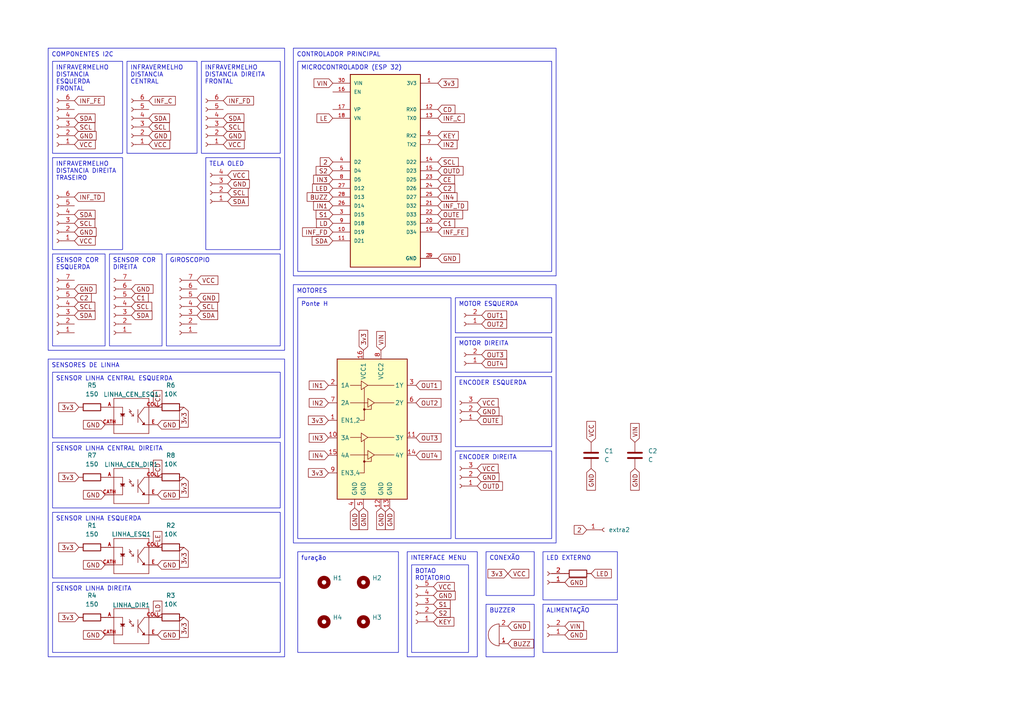
<source format=kicad_sch>
(kicad_sch (version 20250114) (generator "eeschema") (generator_version "9.0")
  (paper "A4")
  (lib_symbols
    (symbol "Connector:Conn_01x01_Socket" (pin_names (offset 1.016) (hide yes))
      (property "Reference" "J" (at 0 2.54 0))
      (property "Value" "Conn_01x01_Socket" (at 0 -2.54 0))
      (symbol "Conn_01x01_Socket_1_1"
        (polyline (pts (xy -1.27 0) (xy -0.508 0)) (stroke (width 0.1524)))
        (arc (start 0 -0.508) (mid -0.5058 0) (end 0 0.508) (stroke (width 0.1524)))
        (pin passive line (at -5.08 0 0) (length 3.81) (name "Pin_1") (number "1"))
      )
    )
    (symbol "Connector:Conn_01x02_Socket" (pin_names (offset 1.016) (hide yes))
      (property "Reference" "J" (at 0 2.54 0))
      (property "Value" "Conn_01x02_Socket" (at 0 -5.08 0))
      (symbol "Conn_01x02_Socket_1_1"
        (polyline (pts (xy -1.27 0) (xy -0.508 0)) (stroke (width 0.1524)))
        (polyline (pts (xy -1.27 -2.54) (xy -0.508 -2.54)) (stroke (width 0.1524)))
        (arc (start 0 -0.508) (mid -0.5058 0) (end 0 0.508) (stroke (width 0.1524)))
        (arc (start 0 -3.048) (mid -0.5058 -2.54) (end 0 -2.032) (stroke (width 0.1524)))
        (pin passive line (at -5.08 0 0) (length 3.81) (name "Pin_1") (number "1"))
        (pin passive line (at -5.08 -2.54 0) (length 3.81) (name "Pin_2") (number "2"))
      )
    )
    (symbol "Connector:Conn_01x03_Socket" (pin_names (offset 1.016) (hide yes))
      (property "Reference" "J" (at 0 5.08 0))
      (property "Value" "Conn_01x03_Socket" (at 0 -5.08 0))
      (symbol "Conn_01x03_Socket_1_1"
        (polyline (pts (xy -1.27 2.54) (xy -0.508 2.54)) (stroke (width 0.1524)))
        (polyline (pts (xy -1.27 0) (xy -0.508 0)) (stroke (width 0.1524)))
        (polyline (pts (xy -1.27 -2.54) (xy -0.508 -2.54)) (stroke (width 0.1524)))
        (arc (start 0 2.032) (mid -0.5058 2.54) (end 0 3.048) (stroke (width 0.1524)))
        (arc (start 0 -0.508) (mid -0.5058 0) (end 0 0.508) (stroke (width 0.1524)))
        (arc (start 0 -3.048) (mid -0.5058 -2.54) (end 0 -2.032) (stroke (width 0.1524)))
        (pin passive line (at -5.08 2.54 0) (length 3.81) (name "Pin_1") (number "1"))
        (pin passive line (at -5.08 0 0) (length 3.81) (name "Pin_2") (number "2"))
        (pin passive line (at -5.08 -2.54 0) (length 3.81) (name "Pin_3") (number "3"))
      )
    )
    (symbol "Connector:Conn_01x04_Socket" (pin_names (offset 1.016) (hide yes))
      (property "Reference" "J" (at 0 5.08 0))
      (property "Value" "Conn_01x04_Socket" (at 0 -7.62 0))
      (symbol "Conn_01x04_Socket_1_1"
        (polyline (pts (xy -1.27 2.54) (xy -0.508 2.54)) (stroke (width 0.1524)))
        (polyline (pts (xy -1.27 0) (xy -0.508 0)) (stroke (width 0.1524)))
        (polyline (pts (xy -1.27 -2.54) (xy -0.508 -2.54)) (stroke (width 0.1524)))
        (polyline (pts (xy -1.27 -5.08) (xy -0.508 -5.08)) (stroke (width 0.1524)))
        (arc (start 0 2.032) (mid -0.5058 2.54) (end 0 3.048) (stroke (width 0.1524)))
        (arc (start 0 -0.508) (mid -0.5058 0) (end 0 0.508) (stroke (width 0.1524)))
        (arc (start 0 -3.048) (mid -0.5058 -2.54) (end 0 -2.032) (stroke (width 0.1524)))
        (arc (start 0 -5.588) (mid -0.5058 -5.08) (end 0 -4.572) (stroke (width 0.1524)))
        (pin passive line (at -5.08 2.54 0) (length 3.81) (name "Pin_1") (number "1"))
        (pin passive line (at -5.08 0 0) (length 3.81) (name "Pin_2") (number "2"))
        (pin passive line (at -5.08 -2.54 0) (length 3.81) (name "Pin_3") (number "3"))
        (pin passive line (at -5.08 -5.08 0) (length 3.81) (name "Pin_4") (number "4"))
      )
    )
    (symbol "Connector:Conn_01x05_Socket" (pin_names (offset 1.016) (hide yes))
      (property "Reference" "J" (at 0 7.62 0))
      (property "Value" "Conn_01x05_Socket" (at 0 -7.62 0))
      (symbol "Conn_01x05_Socket_1_1"
        (polyline (pts (xy -1.27 5.08) (xy -0.508 5.08)) (stroke (width 0.1524)))
        (polyline (pts (xy -1.27 2.54) (xy -0.508 2.54)) (stroke (width 0.1524)))
        (polyline (pts (xy -1.27 0) (xy -0.508 0)) (stroke (width 0.1524)))
        (polyline (pts (xy -1.27 -2.54) (xy -0.508 -2.54)) (stroke (width 0.1524)))
        (polyline (pts (xy -1.27 -5.08) (xy -0.508 -5.08)) (stroke (width 0.1524)))
        (arc (start 0 4.572) (mid -0.5058 5.08) (end 0 5.588) (stroke (width 0.1524)))
        (arc (start 0 2.032) (mid -0.5058 2.54) (end 0 3.048) (stroke (width 0.1524)))
        (arc (start 0 -0.508) (mid -0.5058 0) (end 0 0.508) (stroke (width 0.1524)))
        (arc (start 0 -3.048) (mid -0.5058 -2.54) (end 0 -2.032) (stroke (width 0.1524)))
        (arc (start 0 -5.588) (mid -0.5058 -5.08) (end 0 -4.572) (stroke (width 0.1524)))
        (pin passive line (at -5.08 5.08 0) (length 3.81) (name "Pin_1") (number "1"))
        (pin passive line (at -5.08 2.54 0) (length 3.81) (name "Pin_2") (number "2"))
        (pin passive line (at -5.08 0 0) (length 3.81) (name "Pin_3") (number "3"))
        (pin passive line (at -5.08 -2.54 0) (length 3.81) (name "Pin_4") (number "4"))
        (pin passive line (at -5.08 -5.08 0) (length 3.81) (name "Pin_5") (number "5"))
      )
    )
    (symbol "Connector:Conn_01x06_Socket" (pin_names (offset 1.016) (hide yes))
      (property "Reference" "J" (at 0 7.62 0))
      (property "Value" "Conn_01x06_Socket" (at 0 -10.16 0))
      (symbol "Conn_01x06_Socket_1_1"
        (polyline (pts (xy -1.27 5.08) (xy -0.508 5.08)) (stroke (width 0.1524)))
        (polyline (pts (xy -1.27 2.54) (xy -0.508 2.54)) (stroke (width 0.1524)))
        (polyline (pts (xy -1.27 0) (xy -0.508 0)) (stroke (width 0.1524)))
        (polyline (pts (xy -1.27 -2.54) (xy -0.508 -2.54)) (stroke (width 0.1524)))
        (polyline (pts (xy -1.27 -5.08) (xy -0.508 -5.08)) (stroke (width 0.1524)))
        (polyline (pts (xy -1.27 -7.62) (xy -0.508 -7.62)) (stroke (width 0.1524)))
        (arc (start 0 4.572) (mid -0.5058 5.08) (end 0 5.588) (stroke (width 0.1524)))
        (arc (start 0 2.032) (mid -0.5058 2.54) (end 0 3.048) (stroke (width 0.1524)))
        (arc (start 0 -0.508) (mid -0.5058 0) (end 0 0.508) (stroke (width 0.1524)))
        (arc (start 0 -3.048) (mid -0.5058 -2.54) (end 0 -2.032) (stroke (width 0.1524)))
        (arc (start 0 -5.588) (mid -0.5058 -5.08) (end 0 -4.572) (stroke (width 0.1524)))
        (arc (start 0 -8.128) (mid -0.5058 -7.62) (end 0 -7.112) (stroke (width 0.1524)))
        (pin passive line (at -5.08 5.08 0) (length 3.81) (name "Pin_1") (number "1"))
        (pin passive line (at -5.08 2.54 0) (length 3.81) (name "Pin_2") (number "2"))
        (pin passive line (at -5.08 0 0) (length 3.81) (name "Pin_3") (number "3"))
        (pin passive line (at -5.08 -2.54 0) (length 3.81) (name "Pin_4") (number "4"))
        (pin passive line (at -5.08 -5.08 0) (length 3.81) (name "Pin_5") (number "5"))
        (pin passive line (at -5.08 -7.62 0) (length 3.81) (name "Pin_6") (number "6"))
      )
    )
    (symbol "Connector:Conn_01x07_Socket" (pin_names (offset 1.016) (hide yes))
      (property "Reference" "J" (at 0 10.16 0))
      (property "Value" "Conn_01x07_Socket" (at 0 -10.16 0))
      (symbol "Conn_01x07_Socket_1_1"
        (polyline (pts (xy -1.27 7.62) (xy -0.508 7.62)) (stroke (width 0.1524)))
        (polyline (pts (xy -1.27 5.08) (xy -0.508 5.08)) (stroke (width 0.1524)))
        (polyline (pts (xy -1.27 2.54) (xy -0.508 2.54)) (stroke (width 0.1524)))
        (polyline (pts (xy -1.27 0) (xy -0.508 0)) (stroke (width 0.1524)))
        (polyline (pts (xy -1.27 -2.54) (xy -0.508 -2.54)) (stroke (width 0.1524)))
        (polyline (pts (xy -1.27 -5.08) (xy -0.508 -5.08)) (stroke (width 0.1524)))
        (polyline (pts (xy -1.27 -7.62) (xy -0.508 -7.62)) (stroke (width 0.1524)))
        (arc (start 0 7.112) (mid -0.5058 7.62) (end 0 8.128) (stroke (width 0.1524)))
        (arc (start 0 4.572) (mid -0.5058 5.08) (end 0 5.588) (stroke (width 0.1524)))
        (arc (start 0 2.032) (mid -0.5058 2.54) (end 0 3.048) (stroke (width 0.1524)))
        (arc (start 0 -0.508) (mid -0.5058 0) (end 0 0.508) (stroke (width 0.1524)))
        (arc (start 0 -3.048) (mid -0.5058 -2.54) (end 0 -2.032) (stroke (width 0.1524)))
        (arc (start 0 -5.588) (mid -0.5058 -5.08) (end 0 -4.572) (stroke (width 0.1524)))
        (arc (start 0 -8.128) (mid -0.5058 -7.62) (end 0 -7.112) (stroke (width 0.1524)))
        (pin passive line (at -5.08 7.62 0) (length 3.81) (name "Pin_1") (number "1"))
        (pin passive line (at -5.08 5.08 0) (length 3.81) (name "Pin_2") (number "2"))
        (pin passive line (at -5.08 2.54 0) (length 3.81) (name "Pin_3") (number "3"))
        (pin passive line (at -5.08 0 0) (length 3.81) (name "Pin_4") (number "4"))
        (pin passive line (at -5.08 -2.54 0) (length 3.81) (name "Pin_5") (number "5"))
        (pin passive line (at -5.08 -5.08 0) (length 3.81) (name "Pin_6") (number "6"))
        (pin passive line (at -5.08 -7.62 0) (length 3.81) (name "Pin_7") (number "7"))
      )
    )
    (symbol "Device:Buzzer" (pin_names (offset 0.0254) (hide yes))
      (property "Reference" "BZ" (at 3.81 1.27 0))
      (property "Value" "Buzzer" (at 3.81 -1.27 0))
      (symbol "Buzzer_0_1"
        (polyline (pts (xy -1.651 1.905) (xy -1.143 1.905)))
        (polyline (pts (xy -1.397 2.159) (xy -1.397 1.651)))
        (arc (start 0 3.175) (mid 3.1612 0) (end 0 -3.175))
        (polyline (pts (xy 0 3.175) (xy 0 -3.175)))
      )
      (symbol "Buzzer_1_1"
        (pin passive line (at -2.54 2.54 0) (length 2.54) (name "+") (number "1"))
        (pin passive line (at -2.54 -2.54 0) (length 2.54) (name "-") (number "2"))
      )
    )
    (symbol "Device:C" (pin_numbers (hide yes)) (pin_names (offset 0.254))
      (property "Reference" "C" (at 0.635 2.54 0))
      (property "Value" "C" (at 0.635 -2.54 0))
      (symbol "C_0_1"
        (polyline (pts (xy -2.032 0.762) (xy 2.032 0.762)) (stroke (width 0.508)))
        (polyline (pts (xy -2.032 -0.762) (xy 2.032 -0.762)) (stroke (width 0.508)))
      )
      (symbol "C_1_1"
        (pin passive line (at 0 3.81 270) (length 2.794) (name "~") (number "1"))
        (pin passive line (at 0 -3.81 90) (length 2.794) (name "~") (number "2"))
      )
    )
    (symbol "Device:R" (pin_numbers (hide yes)) (pin_names (offset 0))
      (property "Reference" "R" (at 2.032 0 90))
      (property "Value" "R" (at 0 0 90))
      (symbol "R_0_1"
        (rectangle (start -1.016 -2.54) (end 1.016 2.54) (stroke (width 0.254)))
      )
      (symbol "R_1_1"
        (pin passive line (at 0 3.81 270) (length 1.27) (name "~") (number "1"))
        (pin passive line (at 0 -3.81 90) (length 1.27) (name "~") (number "2"))
      )
    )
    (symbol "Driver_Motor:L293D" (pin_names (offset 1.016))
      (property "Reference" "U" (at -5.08 26.035 0))
      (property "Value" "L293D" (at -5.08 24.13 0))
      (symbol "L293D_0_1"
        (rectangle (start -10.16 22.86) (end 10.16 -17.78) (stroke (width 0.254)) (fill (type background)))
        (polyline (pts (xy -6.35 15.24) (xy -3.175 15.24)))
        (polyline (pts (xy -6.35 10.16) (xy -1.27 10.16)))
        (polyline (pts (xy -6.35 0.127) (xy -3.175 0.127)))
        (polyline (pts (xy -6.35 -4.953) (xy -1.27 -4.953)))
        (polyline (pts (xy -3.175 16.51) (xy -3.175 13.97) (xy -1.27 15.24) (xy -3.175 16.51)))
        (polyline (pts (xy -3.175 1.397) (xy -3.175 -1.143) (xy -1.27 0.127) (xy -3.175 1.397)))
        (polyline (pts (xy -2.286 14.478) (xy -2.286 5.08) (xy -3.556 5.08)))
        (circle (center -2.286 8.255) (radius 0.254) (fill (type outline)))
        (polyline (pts (xy -2.286 8.255) (xy -0.254 8.255) (xy -0.254 9.525)))
        (polyline (pts (xy -2.286 -0.635) (xy -2.286 -10.16) (xy -3.556 -10.16)))
        (circle (center -2.286 -6.858) (radius 0.254) (fill (type outline)))
        (polyline (pts (xy -2.286 -6.858) (xy -0.254 -6.858) (xy -0.254 -5.588)))
        (polyline (pts (xy -1.27 15.24) (xy 6.35 15.24)))
        (polyline (pts (xy -1.27 11.43) (xy -1.27 8.89) (xy 0.635 10.16) (xy -1.27 11.43)))
        (polyline (pts (xy -1.27 0.127) (xy 6.35 0.127)))
        (polyline (pts (xy -1.27 -3.683) (xy -1.27 -6.223) (xy 0.635 -4.953) (xy -1.27 -3.683)))
        (polyline (pts (xy 0.635 10.16) (xy 6.35 10.16)))
        (polyline (pts (xy 0.635 -4.953) (xy 6.35 -4.953)))
      )
      (symbol "L293D_1_1"
        (pin input line (at -12.7 15.24 0) (length 2.54) (name "1A") (number "2"))
        (pin input line (at -12.7 10.16 0) (length 2.54) (name "2A") (number "7"))
        (pin input line (at -12.7 5.08 0) (length 2.54) (name "EN1,2") (number "1"))
        (pin input line (at -12.7 0 0) (length 2.54) (name "3A") (number "10"))
        (pin input line (at -12.7 -5.08 0) (length 2.54) (name "4A") (number "15"))
        (pin input line (at -12.7 -10.16 0) (length 2.54) (name "EN3,4") (number "9"))
        (pin power_in line (at -5.08 -20.32 90) (length 2.54) (name "GND") (number "4"))
        (pin power_in line (at -2.54 25.4 270) (length 2.54) (name "VCC1") (number "16"))
        (pin power_in line (at -2.54 -20.32 90) (length 2.54) (name "GND") (number "5"))
        (pin power_in line (at 2.54 25.4 270) (length 2.54) (name "VCC2") (number "8"))
        (pin power_in line (at 2.54 -20.32 90) (length 2.54) (name "GND") (number "12"))
        (pin power_in line (at 5.08 -20.32 90) (length 2.54) (name "GND") (number "13"))
        (pin output line (at 12.7 15.24 180) (length 2.54) (name "1Y") (number "3"))
        (pin output line (at 12.7 10.16 180) (length 2.54) (name "2Y") (number "6"))
        (pin output line (at 12.7 0 180) (length 2.54) (name "3Y") (number "11"))
        (pin output line (at 12.7 -5.08 180) (length 2.54) (name "4Y") (number "14"))
      )
    )
    (symbol "ESP32-DEVKIT-V1:ESP32-DEVKIT-V1" (pin_names (offset 1.016))
      (property "Reference" "U" (at -10.16 30.48 0))
      (property "Value" "ESP32-DEVKIT-V1" (at -10.16 -30.48 0))
      (symbol "ESP32-DEVKIT-V1_0_0"
        (rectangle (start -10.16 -27.94) (end 10.16 27.94) (stroke (width 0.254)) (fill (type background)))
        (pin input line (at -15.24 25.4 0) (length 5.08) (name "VIN") (number "30"))
        (pin input line (at -15.24 22.86 0) (length 5.08) (name "EN") (number "16"))
        (pin bidirectional line (at -15.24 17.78 0) (length 5.08) (name "VP") (number "17"))
        (pin bidirectional line (at -15.24 15.24 0) (length 5.08) (name "VN") (number "18"))
        (pin bidirectional line (at -15.24 2.54 0) (length 5.08) (name "D2") (number "4"))
        (pin bidirectional line (at -15.24 0 0) (length 5.08) (name "D4") (number "5"))
        (pin bidirectional line (at -15.24 -2.54 0) (length 5.08) (name "D5") (number "8"))
        (pin bidirectional line (at -15.24 -5.08 0) (length 5.08) (name "D12") (number "27"))
        (pin bidirectional line (at -15.24 -7.62 0) (length 5.08) (name "D13") (number "28"))
        (pin bidirectional line (at -15.24 -10.16 0) (length 5.08) (name "D14") (number "26"))
        (pin bidirectional line (at -15.24 -12.7 0) (length 5.08) (name "D15") (number "3"))
        (pin bidirectional line (at -15.24 -15.24 0) (length 5.08) (name "D18") (number "9"))
        (pin bidirectional line (at -15.24 -17.78 0) (length 5.08) (name "D19") (number "10"))
        (pin bidirectional line (at -15.24 -20.32 0) (length 5.08) (name "D21") (number "11"))
        (pin output line (at 15.24 25.4 180) (length 5.08) (name "3V3") (number "1"))
        (pin input line (at 15.24 17.78 180) (length 5.08) (name "RX0") (number "12"))
        (pin output line (at 15.24 15.24 180) (length 5.08) (name "TX0") (number "13"))
        (pin input line (at 15.24 10.16 180) (length 5.08) (name "RX2") (number "6"))
        (pin output line (at 15.24 7.62 180) (length 5.08) (name "TX2") (number "7"))
        (pin bidirectional line (at 15.24 2.54 180) (length 5.08) (name "D22") (number "14"))
        (pin bidirectional line (at 15.24 0 180) (length 5.08) (name "D23") (number "15"))
        (pin bidirectional line (at 15.24 -2.54 180) (length 5.08) (name "D25") (number "23"))
        (pin bidirectional line (at 15.24 -5.08 180) (length 5.08) (name "D26") (number "24"))
        (pin bidirectional line (at 15.24 -7.62 180) (length 5.08) (name "D27") (number "25"))
        (pin bidirectional line (at 15.24 -10.16 180) (length 5.08) (name "D32") (number "21"))
        (pin bidirectional line (at 15.24 -12.7 180) (length 5.08) (name "D33") (number "22"))
        (pin bidirectional line (at 15.24 -15.24 180) (length 5.08) (name "D35") (number "20"))
        (pin bidirectional line (at 15.24 -17.78 180) (length 5.08) (name "D34") (number "19"))
        (pin power_in line (at 15.24 -25.4 180) (length 5.08) (name "GND") (number "2"))
        (pin power_in line (at 15.24 -25.4 180) (length 5.08) (name "GND") (number "29"))
      )
    )
    (symbol "Mechanical:MountingHole" (pin_names (offset 1.016)) (in_bom no)
      (property "Reference" "H" (at 0 5.08 0))
      (property "Value" "MountingHole" (at 0 3.175 0))
      (symbol "MountingHole_0_1"
        (circle (center 0 0) (radius 1.27) (stroke (width 1.27)))
      )
    )
    (symbol "TCRT5000:TCRT5000" (pin_names (offset 1.016))
      (property "Reference" "U" (at -5.0887 5.7248 0))
      (property "Value" "TCRT5000" (at -5.0838 -5.7193 0))
      (symbol "TCRT5000_0_0"
        (polyline (pts (xy -5.08 5.08) (xy -5.08 2.54)) (stroke (width 0.1524)))
        (polyline (pts (xy -5.08 2.54) (xy -5.08 -2.54)) (stroke (width 0.1524)))
        (polyline (pts (xy -5.08 2.54) (xy -2.54 2.54)) (stroke (width 0.1524)))
        (polyline (pts (xy -5.08 -2.54) (xy -5.08 -5.08)) (stroke (width 0.1524)))
        (polyline (pts (xy -5.08 -5.08) (xy 5.08 -5.08)) (stroke (width 0.1524)))
        (polyline (pts (xy -3.175 0.635) (xy -1.905 0.635) (xy -2.54 0) (xy -3.175 0.635)) (stroke (width 0.1524)) (fill (type outline)))
        (polyline (pts (xy -3.175 0) (xy -1.905 0)) (stroke (width 0.1524)))
        (polyline (pts (xy -2.54 2.54) (xy -2.54 -2.54)) (stroke (width 0.1524)))
        (polyline (pts (xy -2.54 -2.54) (xy -5.08 -2.54)) (stroke (width 0.1524)))
        (polyline (pts (xy -0.635 1.905) (xy 0 1.27)) (stroke (width 0.1524)))
        (polyline (pts (xy -0.635 1.27) (xy 0.635 0)) (stroke (width 0.1524)))
        (polyline (pts (xy 0 1.27) (xy -0.635 1.27)) (stroke (width 0.1524)))
        (polyline (pts (xy 0.635 0.635) (xy 0.635 0)) (stroke (width 0.1524)))
        (polyline (pts (xy 0.635 0) (xy 0 0)) (stroke (width 0.1524)))
        (polyline (pts (xy 1.905 1.905) (xy 1.905 0)) (stroke (width 0.1524)))
        (polyline (pts (xy 1.905 0) (xy 1.905 -1.905)) (stroke (width 0.1524)))
        (polyline (pts (xy 1.905 0) (xy 3.81 2.54)) (stroke (width 0.1524)))
        (polyline (pts (xy 1.905 0) (xy 3.81 -2.54)) (stroke (width 0.1524)))
        (polyline (pts (xy 3.175 -2.54) (xy 3.81 -2.54) (xy 3.81 -1.905) (xy 3.175 -2.54)) (stroke (width 0.1524)) (fill (type outline)))
        (polyline (pts (xy 3.81 2.54) (xy 5.08 2.54)) (stroke (width 0.1524)))
        (polyline (pts (xy 3.81 -2.54) (xy 5.08 -2.54)) (stroke (width 0.1524)))
        (polyline (pts (xy 5.08 5.08) (xy -5.08 5.08)) (stroke (width 0.1524)))
        (polyline (pts (xy 5.08 2.54) (xy 5.08 5.08)) (stroke (width 0.1524)))
        (polyline (pts (xy 5.08 -2.54) (xy 5.08 2.54)) (stroke (width 0.1524)))
        (polyline (pts (xy 5.08 -5.08) (xy 5.08 -2.54)) (stroke (width 0.1524)))
        (pin passive line (at -7.62 2.54 0) (length 2.54) (name "~") (number "A"))
        (pin passive line (at -7.62 -2.54 0) (length 2.54) (name "~") (number "CATH"))
        (pin passive line (at 7.62 2.54 180) (length 2.54) (name "~") (number "COLL"))
        (pin passive line (at 7.62 -2.54 180) (length 2.54) (name "~") (number "E"))
      )
    )
  )
  (text_box "BUZZER" (at 140.97 175.26 0) (size 13.97 15.24) (margins 0.9525 0.9525 0.9525 0.9525) (effects (font (size 1.27 1.27)) (justify left top)))
  (text_box "INFRAVERMELHO DISTANCIA DIREITA TRASEIRO\n" (at 15.24 45.72 0) (size 20.32 26.67) (margins 0.9525 0.9525 0.9525 0.9525) (effects (font (size 1.27 1.27)) (justify left top)))
  (text_box "ALIMENTAÇÃO" (at 157.48 175.26 0) (size 21.59 13.97) (margins 0.9525 0.9525 0.9525 0.9525) (effects (font (size 1.27 1.27)) (justify left top)))
  (text_box "MOTOR ESQUERDA" (at 132.08 86.36 0) (size 27.94 10.16) (margins 0.9525 0.9525 0.9525 0.9525) (effects (font (size 1.27 1.27)) (justify left top)))
  (text_box "SENSOR LINHA CENTRAL ESQUERDA\n" (at 15.24 107.95 0) (size 66.04 19.05) (margins 0.9525 0.9525 0.9525 0.9525) (effects (font (size 1.27 1.27)) (justify left top)))
  (text_box "GIROSCOPIO" (at 48.26 73.66 0) (size 33.02 26.67) (margins 0.9525 0.9525 0.9525 0.9525) (effects (font (size 1.27 1.27)) (justify left top)))
  (text_box "SENSORES DE LINHA" (at 13.97 104.14 0) (size 68.58 86.36) (margins 0.9525 0.9525 0.9525 0.9525) (effects (font (size 1.27 1.27)) (justify left top)))
  (text_box "SENSOR LINHA ESQUERDA\n\n" (at 15.24 148.59 0) (size 66.04 19.05) (margins 0.9525 0.9525 0.9525 0.9525) (effects (font (size 1.27 1.27)) (justify left top)))
  (text_box "TELA OLED\n" (at 59.69 45.72 0) (size 21.59 26.67) (margins 0.9525 0.9525 0.9525 0.9525) (effects (font (size 1.27 1.27)) (justify left top)))
  (text_box "CONTROLADOR PRINCIPAL" (at 85.09 13.97 0) (size 76.2 66.04) (margins 0.9525 0.9525 0.9525 0.9525) (effects (font (size 1.27 1.27)) (justify left top)))
  (text_box "BOTAO ROTATORIO" (at 119.38 163.83 0) (size 16.51 25.4) (margins 0.9525 0.9525 0.9525 0.9525) (effects (font (size 1.27 1.27)) (justify left top)))
  (text_box "Ponte H" (at 86.36 86.36 0) (size 44.45 69.85) (margins 0.9525 0.9525 0.9525 0.9525) (effects (font (size 1.27 1.27)) (justify left top)))
  (text_box "MICROCONTROLADOR (ESP 32)\n" (at 86.36 17.78 0) (size 73.66 60.96) (margins 0.9525 0.9525 0.9525 0.9525) (effects (font (size 1.27 1.27)) (justify left top)))
  (text_box "furação" (at 86.36 160.02 0) (size 29.21 29.21) (margins 0.9525 0.9525 0.9525 0.9525) (effects (font (size 1.27 1.27)) (justify left top)))
  (text_box "INFRAVERMELHO DISTANCIA CENTRAL\n" (at 36.83 17.78 0) (size 20.32 26.67) (margins 0.9525 0.9525 0.9525 0.9525) (effects (font (size 1.27 1.27)) (justify left top)))
  (text_box "COMPONENTES I2C\n" (at 13.97 13.97 0) (size 68.58 87.63) (margins 0.9525 0.9525 0.9525 0.9525) (effects (font (size 1.27 1.27)) (justify left top)))
  (text_box "SENSOR LINHA CENTRAL DIREITA\n" (at 15.24 128.27 0) (size 66.04 19.05) (margins 0.9525 0.9525 0.9525 0.9525) (effects (font (size 1.27 1.27)) (justify left top)))
  (text_box "CONEXÃO" (at 140.97 160.02 0) (size 13.97 12.7) (margins 0.9525 0.9525 0.9525 0.9525) (effects (font (size 1.27 1.27)) (justify left top)))
  (text_box "INFRAVERMELHO DISTANCIA DIREITA FRONTAL\n" (at 58.42 17.78 0) (size 22.86 26.67) (margins 0.9525 0.9525 0.9525 0.9525) (effects (font (size 1.27 1.27)) (justify left top)))
  (text_box "SENSOR COR DIREITA" (at 31.75 73.66 0) (size 15.24 26.67) (margins 0.9525 0.9525 0.9525 0.9525) (effects (font (size 1.27 1.27)) (justify left top)))
  (text_box "LED EXTERNO" (at 157.48 160.02 0) (size 21.59 13.97) (margins 0.9525 0.9525 0.9525 0.9525) (effects (font (size 1.27 1.27)) (justify left top)))
  (text_box "MOTOR DIREITA" (at 132.08 97.79 0) (size 27.94 10.16) (margins 0.9525 0.9525 0.9525 0.9525) (effects (font (size 1.27 1.27)) (justify left top)))
  (text_box "SENSOR COR ESQUERDA" (at 15.24 73.66 0) (size 15.24 26.67) (margins 0.9525 0.9525 0.9525 0.9525) (effects (font (size 1.27 1.27)) (justify left top)))
  (text_box "SENSOR LINHA DIREITA\n" (at 15.24 168.91 0) (size 66.04 20.32) (margins 0.9525 0.9525 0.9525 0.9525) (effects (font (size 1.27 1.27)) (justify left top)))
  (text_box "ENCODER DIREITA\n\n" (at 132.08 130.81 0) (size 27.94 25.4) (margins 0.9525 0.9525 0.9525 0.9525) (effects (font (size 1.27 1.27)) (justify left top)))
  (text_box "ENCODER ESQUERDA\n" (at 132.08 109.22 0) (size 27.94 20.32) (margins 0.9525 0.9525 0.9525 0.9525) (effects (font (size 1.27 1.27)) (justify left top)))
  (text_box "INFRAVERMELHO DISTANCIA ESQUERDA FRONTAL\n" (at 15.24 17.78 0) (size 20.32 26.67) (margins 0.9525 0.9525 0.9525 0.9525) (effects (font (size 1.27 1.27)) (justify left top)))
  (text_box "INTERFACE MENU" (at 118.11 160.02 0) (size 20.32 30.48) (margins 0.9525 0.9525 0.9525 0.9525) (effects (font (size 1.27 1.27)) (justify left top)))
  (text_box "MOTORES" (at 85.09 82.55 0) (size 76.2 74.93) (margins 0.9525 0.9525 0.9525 0.9525) (effects (font (size 1.27 1.27)) (justify left top)))
  (global_label "INF_TD" (shape input) (at 21.59 57.15 0) (property "Intersheetrefs" "${INTERSHEET_REFS}" (effects (hide yes))))
  (global_label "IN3" (shape input) (at 96.52 52.07 180) (property "Intersheetrefs" "${INTERSHEET_REFS}" (effects (hide yes))))
  (global_label "GND" (shape input) (at 21.59 67.31 0) (property "Intersheetrefs" "${INTERSHEET_REFS}" (effects (hide yes))))
  (global_label "3v3" (shape input) (at 22.86 138.43 180) (property "Intersheetrefs" "${INTERSHEET_REFS}" (effects (hide yes))))
  (global_label "VCC" (shape input) (at 57.15 81.28 0) (property "Intersheetrefs" "${INTERSHEET_REFS}" (effects (hide yes))))
  (global_label "CD" (shape input) (at 127 31.75 0) (property "Intersheetrefs" "${INTERSHEET_REFS}" (effects (hide yes))))
  (global_label "VIN" (shape input) (at 110.49 101.6 90) (property "Intersheetrefs" "${INTERSHEET_REFS}" (effects (hide yes))))
  (global_label "INF_FD" (shape input) (at 64.77 29.21 0) (property "Intersheetrefs" "${INTERSHEET_REFS}" (effects (hide yes))))
  (global_label "GND" (shape input) (at 21.59 83.82 0) (property "Intersheetrefs" "${INTERSHEET_REFS}" (effects (hide yes))))
  (global_label "GND" (shape input) (at 30.48 184.15 180) (property "Intersheetrefs" "${INTERSHEET_REFS}" (effects (hide yes))))
  (global_label "GND" (shape input) (at 125.73 172.72 0) (property "Intersheetrefs" "${INTERSHEET_REFS}" (effects (hide yes))))
  (global_label "SDA" (shape input) (at 96.52 69.85 180) (property "Intersheetrefs" "${INTERSHEET_REFS}" (effects (hide yes))))
  (global_label "SDA" (shape input) (at 66.04 58.42 0) (property "Intersheetrefs" "${INTERSHEET_REFS}" (effects (hide yes))))
  (global_label "GND" (shape input) (at 147.32 181.61 0) (property "Intersheetrefs" "${INTERSHEET_REFS}" (effects (hide yes))))
  (global_label "VCC" (shape input) (at 66.04 50.8 0) (property "Intersheetrefs" "${INTERSHEET_REFS}" (effects (hide yes))))
  (global_label "3v3" (shape input) (at 53.34 118.11 270) (property "Intersheetrefs" "${INTERSHEET_REFS}" (effects (hide yes))))
  (global_label "GND" (shape input) (at 38.1 83.82 0) (property "Intersheetrefs" "${INTERSHEET_REFS}" (effects (hide yes))))
  (global_label "VCC" (shape input) (at 171.45 128.27 90) (property "Intersheetrefs" "${INTERSHEET_REFS}" (effects (hide yes))))
  (global_label "INF_C" (shape input) (at 127 34.29 0) (property "Intersheetrefs" "${INTERSHEET_REFS}" (effects (hide yes))))
  (global_label "CE" (shape input) (at 45.72 118.11 90) (property "Intersheetrefs" "${INTERSHEET_REFS}" (effects (hide yes))))
  (global_label "LD" (shape input) (at 96.52 64.77 180) (property "Intersheetrefs" "${INTERSHEET_REFS}" (effects (hide yes))))
  (global_label "VCC" (shape input) (at 125.73 170.18 0) (property "Intersheetrefs" "${INTERSHEET_REFS}" (effects (hide yes))))
  (global_label "OUTE" (shape input) (at 138.43 121.92 0) (property "Intersheetrefs" "${INTERSHEET_REFS}" (effects (hide yes))))
  (global_label "OUT3" (shape input) (at 120.65 127 0) (property "Intersheetrefs" "${INTERSHEET_REFS}" (effects (hide yes))))
  (global_label "VCC" (shape input) (at 21.59 69.85 0) (property "Intersheetrefs" "${INTERSHEET_REFS}" (effects (hide yes))))
  (global_label "C2" (shape input) (at 21.59 86.36 0) (property "Intersheetrefs" "${INTERSHEET_REFS}" (effects (hide yes))))
  (global_label "GND" (shape input) (at 127 74.93 0) (property "Intersheetrefs" "${INTERSHEET_REFS}" (effects (hide yes))))
  (global_label "3v3" (shape input) (at 22.86 118.11 180) (property "Intersheetrefs" "${INTERSHEET_REFS}" (effects (hide yes))))
  (global_label "VIN" (shape input) (at 163.83 181.61 0) (property "Intersheetrefs" "${INTERSHEET_REFS}" (effects (hide yes))))
  (global_label "LE" (shape input) (at 96.52 34.29 180) (property "Intersheetrefs" "${INTERSHEET_REFS}" (effects (hide yes))))
  (global_label "3v3" (shape input) (at 22.86 158.75 180) (property "Intersheetrefs" "${INTERSHEET_REFS}" (effects (hide yes))))
  (global_label "GND" (shape input) (at 138.43 119.38 0) (property "Intersheetrefs" "${INTERSHEET_REFS}" (effects (hide yes))))
  (global_label "3v3" (shape input) (at 105.41 101.6 90) (property "Intersheetrefs" "${INTERSHEET_REFS}" (effects (hide yes))))
  (global_label "GND" (shape input) (at 66.04 53.34 0) (property "Intersheetrefs" "${INTERSHEET_REFS}" (effects (hide yes))))
  (global_label "SCL" (shape input) (at 66.04 55.88 0) (property "Intersheetrefs" "${INTERSHEET_REFS}" (effects (hide yes))))
  (global_label "3v3" (shape input) (at 22.86 179.07 180) (property "Intersheetrefs" "${INTERSHEET_REFS}" (effects (hide yes))))
  (global_label "IN2" (shape input) (at 95.25 116.84 180) (property "Intersheetrefs" "${INTERSHEET_REFS}" (effects (hide yes))))
  (global_label "INF_C" (shape input) (at 43.18 29.21 0) (property "Intersheetrefs" "${INTERSHEET_REFS}" (effects (hide yes))))
  (global_label "GND" (shape input) (at 57.15 86.36 0) (property "Intersheetrefs" "${INTERSHEET_REFS}" (effects (hide yes))))
  (global_label "KEY" (shape input) (at 127 39.37 0) (property "Intersheetrefs" "${INTERSHEET_REFS}" (effects (hide yes))))
  (global_label "IN3" (shape input) (at 95.25 127 180) (property "Intersheetrefs" "${INTERSHEET_REFS}" (effects (hide yes))))
  (global_label "C1" (shape input) (at 127 64.77 0) (property "Intersheetrefs" "${INTERSHEET_REFS}" (effects (hide yes))))
  (global_label "S1" (shape input) (at 96.52 62.23 180) (property "Intersheetrefs" "${INTERSHEET_REFS}" (effects (hide yes))))
  (global_label "SDA" (shape input) (at 57.15 91.44 0) (property "Intersheetrefs" "${INTERSHEET_REFS}" (effects (hide yes))))
  (global_label "LD" (shape input) (at 45.72 179.07 90) (property "Intersheetrefs" "${INTERSHEET_REFS}" (effects (hide yes))))
  (global_label "IN1" (shape input) (at 96.52 59.69 180) (property "Intersheetrefs" "${INTERSHEET_REFS}" (effects (hide yes))))
  (global_label "VCC" (shape input) (at 64.77 41.91 0) (property "Intersheetrefs" "${INTERSHEET_REFS}" (effects (hide yes))))
  (global_label "IN4" (shape input) (at 95.25 132.08 180) (property "Intersheetrefs" "${INTERSHEET_REFS}" (effects (hide yes))))
  (global_label "SCL" (shape input) (at 57.15 88.9 0) (property "Intersheetrefs" "${INTERSHEET_REFS}" (effects (hide yes))))
  (global_label "CE" (shape input) (at 127 52.07 0) (property "Intersheetrefs" "${INTERSHEET_REFS}" (effects (hide yes))))
  (global_label "OUT2" (shape input) (at 139.7 93.98 0) (property "Intersheetrefs" "${INTERSHEET_REFS}" (effects (hide yes))))
  (global_label "SDA" (shape input) (at 21.59 34.29 0) (property "Intersheetrefs" "${INTERSHEET_REFS}" (effects (hide yes))))
  (global_label "GND" (shape input) (at 30.48 143.51 180) (property "Intersheetrefs" "${INTERSHEET_REFS}" (effects (hide yes))))
  (global_label "GND" (shape input) (at 21.59 39.37 0) (property "Intersheetrefs" "${INTERSHEET_REFS}" (effects (hide yes))))
  (global_label "SDA" (shape input) (at 21.59 91.44 0) (property "Intersheetrefs" "${INTERSHEET_REFS}" (effects (hide yes))))
  (global_label "GND" (shape input) (at 30.48 123.19 180) (property "Intersheetrefs" "${INTERSHEET_REFS}" (effects (hide yes))))
  (global_label "OUTD" (shape input) (at 138.43 140.97 0) (property "Intersheetrefs" "${INTERSHEET_REFS}" (effects (hide yes))))
  (global_label "VCC" (shape input) (at 21.59 41.91 0) (property "Intersheetrefs" "${INTERSHEET_REFS}" (effects (hide yes))))
  (global_label "GND" (shape input) (at 163.83 184.15 0) (property "Intersheetrefs" "${INTERSHEET_REFS}" (effects (hide yes))))
  (global_label "LED" (shape input) (at 171.45 166.37 0) (property "Intersheetrefs" "${INTERSHEET_REFS}" (effects (hide yes))))
  (global_label "SDA" (shape input) (at 64.77 34.29 0) (property "Intersheetrefs" "${INTERSHEET_REFS}" (effects (hide yes))))
  (global_label "3v3" (shape input) (at 53.34 158.75 270) (property "Intersheetrefs" "${INTERSHEET_REFS}" (effects (hide yes))))
  (global_label "2" (shape input) (at 96.52 46.99 180) (property "Intersheetrefs" "${INTERSHEET_REFS}" (effects (hide yes))))
  (global_label "SDA" (shape input) (at 21.59 62.23 0) (property "Intersheetrefs" "${INTERSHEET_REFS}" (effects (hide yes))))
  (global_label "SCL" (shape input) (at 38.1 88.9 0) (property "Intersheetrefs" "${INTERSHEET_REFS}" (effects (hide yes))))
  (global_label "BUZZ" (shape input) (at 147.32 186.69 0) (property "Intersheetrefs" "${INTERSHEET_REFS}" (effects (hide yes))))
  (global_label "GND" (shape input) (at 113.03 147.32 270) (property "Intersheetrefs" "${INTERSHEET_REFS}" (effects (hide yes))))
  (global_label "INF_FD" (shape input) (at 96.52 67.31 180) (property "Intersheetrefs" "${INTERSHEET_REFS}" (effects (hide yes))))
  (global_label "OUT3" (shape input) (at 139.7 102.87 0) (property "Intersheetrefs" "${INTERSHEET_REFS}" (effects (hide yes))))
  (global_label "C1" (shape input) (at 38.1 86.36 0) (property "Intersheetrefs" "${INTERSHEET_REFS}" (effects (hide yes))))
  (global_label "OUT2" (shape input) (at 120.65 116.84 0) (property "Intersheetrefs" "${INTERSHEET_REFS}" (effects (hide yes))))
  (global_label "GND" (shape input) (at 30.48 163.83 180) (property "Intersheetrefs" "${INTERSHEET_REFS}" (effects (hide yes))))
  (global_label "OUT1" (shape input) (at 120.65 111.76 0) (property "Intersheetrefs" "${INTERSHEET_REFS}" (effects (hide yes))))
  (global_label "3v3" (shape input) (at 147.32 166.37 180) (property "Intersheetrefs" "${INTERSHEET_REFS}" (effects (hide yes))))
  (global_label "GND" (shape input) (at 45.72 163.83 0) (property "Intersheetrefs" "${INTERSHEET_REFS}" (effects (hide yes))))
  (global_label "IN4" (shape input) (at 127 57.15 0) (property "Intersheetrefs" "${INTERSHEET_REFS}" (effects (hide yes))))
  (global_label "VCC" (shape input) (at 138.43 135.89 0) (property "Intersheetrefs" "${INTERSHEET_REFS}" (effects (hide yes))))
  (global_label "GND" (shape input) (at 105.41 147.32 270) (property "Intersheetrefs" "${INTERSHEET_REFS}" (effects (hide yes))))
  (global_label "2" (shape input) (at 170.18 153.67 180) (property "Intersheetrefs" "${INTERSHEET_REFS}" (effects (hide yes))))
  (global_label "GND" (shape input) (at 110.49 147.32 270) (property "Intersheetrefs" "${INTERSHEET_REFS}" (effects (hide yes))))
  (global_label "INF_FE" (shape input) (at 21.59 29.21 0) (property "Intersheetrefs" "${INTERSHEET_REFS}" (effects (hide yes))))
  (global_label "GND" (shape input) (at 171.45 135.89 270) (property "Intersheetrefs" "${INTERSHEET_REFS}" (effects (hide yes))))
  (global_label "3v3" (shape input) (at 95.25 121.92 180) (property "Intersheetrefs" "${INTERSHEET_REFS}" (effects (hide yes))))
  (global_label "SDA" (shape input) (at 38.1 91.44 0) (property "Intersheetrefs" "${INTERSHEET_REFS}" (effects (hide yes))))
  (global_label "SCL" (shape input) (at 64.77 36.83 0) (property "Intersheetrefs" "${INTERSHEET_REFS}" (effects (hide yes))))
  (global_label "VCC" (shape input) (at 138.43 116.84 0) (property "Intersheetrefs" "${INTERSHEET_REFS}" (effects (hide yes))))
  (global_label "GND" (shape input) (at 102.87 147.32 270) (property "Intersheetrefs" "${INTERSHEET_REFS}" (effects (hide yes))))
  (global_label "BUZZ" (shape input) (at 96.52 57.15 180) (property "Intersheetrefs" "${INTERSHEET_REFS}" (effects (hide yes))))
  (global_label "GND" (shape input) (at 163.83 168.91 0) (property "Intersheetrefs" "${INTERSHEET_REFS}" (effects (hide yes))))
  (global_label "SCL" (shape input) (at 21.59 88.9 0) (property "Intersheetrefs" "${INTERSHEET_REFS}" (effects (hide yes))))
  (global_label "GND" (shape input) (at 184.15 135.89 270) (property "Intersheetrefs" "${INTERSHEET_REFS}" (effects (hide yes))))
  (global_label "KEY" (shape input) (at 125.73 180.34 0) (property "Intersheetrefs" "${INTERSHEET_REFS}" (effects (hide yes))))
  (global_label "VCC" (shape input) (at 43.18 41.91 0) (property "Intersheetrefs" "${INTERSHEET_REFS}" (effects (hide yes))))
  (global_label "IN2" (shape input) (at 127 41.91 0) (property "Intersheetrefs" "${INTERSHEET_REFS}" (effects (hide yes))))
  (global_label "SCL" (shape input) (at 21.59 36.83 0) (property "Intersheetrefs" "${INTERSHEET_REFS}" (effects (hide yes))))
  (global_label "SDA" (shape input) (at 43.18 34.29 0) (property "Intersheetrefs" "${INTERSHEET_REFS}" (effects (hide yes))))
  (global_label "GND" (shape input) (at 64.77 39.37 0) (property "Intersheetrefs" "${INTERSHEET_REFS}" (effects (hide yes))))
  (global_label "INF_TD" (shape input) (at 127 59.69 0) (property "Intersheetrefs" "${INTERSHEET_REFS}" (effects (hide yes))))
  (global_label "3v3" (shape input) (at 127 24.13 0) (property "Intersheetrefs" "${INTERSHEET_REFS}" (effects (hide yes))))
  (global_label "VIN" (shape input) (at 96.52 24.13 180) (property "Intersheetrefs" "${INTERSHEET_REFS}" (effects (hide yes))))
  (global_label "GND" (shape input) (at 45.72 123.19 0) (property "Intersheetrefs" "${INTERSHEET_REFS}" (effects (hide yes))))
  (global_label "CD" (shape input) (at 45.72 138.43 90) (property "Intersheetrefs" "${INTERSHEET_REFS}" (effects (hide yes))))
  (global_label "C2" (shape input) (at 127 54.61 0) (property "Intersheetrefs" "${INTERSHEET_REFS}" (effects (hide yes))))
  (global_label "OUTE" (shape input) (at 127 62.23 0) (property "Intersheetrefs" "${INTERSHEET_REFS}" (effects (hide yes))))
  (global_label "S2" (shape input) (at 125.73 177.8 0) (property "Intersheetrefs" "${INTERSHEET_REFS}" (effects (hide yes))))
  (global_label "SCL" (shape input) (at 43.18 36.83 0) (property "Intersheetrefs" "${INTERSHEET_REFS}" (effects (hide yes))))
  (global_label "SCL" (shape input) (at 127 46.99 0) (property "Intersheetrefs" "${INTERSHEET_REFS}" (effects (hide yes))))
  (global_label "SCL" (shape input) (at 21.59 64.77 0) (property "Intersheetrefs" "${INTERSHEET_REFS}" (effects (hide yes))))
  (global_label "LE" (shape input) (at 45.72 158.75 90) (property "Intersheetrefs" "${INTERSHEET_REFS}" (effects (hide yes))))
  (global_label "INF_FE" (shape input) (at 127 67.31 0) (property "Intersheetrefs" "${INTERSHEET_REFS}" (effects (hide yes))))
  (global_label "GND" (shape input) (at 45.72 143.51 0) (property "Intersheetrefs" "${INTERSHEET_REFS}" (effects (hide yes))))
  (global_label "OUT4" (shape input) (at 120.65 132.08 0) (property "Intersheetrefs" "${INTERSHEET_REFS}" (effects (hide yes))))
  (global_label "GND" (shape input) (at 43.18 39.37 0) (property "Intersheetrefs" "${INTERSHEET_REFS}" (effects (hide yes))))
  (global_label "3v3" (shape input) (at 95.25 137.16 180) (property "Intersheetrefs" "${INTERSHEET_REFS}" (effects (hide yes))))
  (global_label "GND" (shape input) (at 45.72 184.15 0) (property "Intersheetrefs" "${INTERSHEET_REFS}" (effects (hide yes))))
  (global_label "3v3" (shape input) (at 53.34 179.07 270) (property "Intersheetrefs" "${INTERSHEET_REFS}" (effects (hide yes))))
  (global_label "S1" (shape input) (at 125.73 175.26 0) (property "Intersheetrefs" "${INTERSHEET_REFS}" (effects (hide yes))))
  (global_label "VIN" (shape input) (at 184.15 128.27 90) (property "Intersheetrefs" "${INTERSHEET_REFS}" (effects (hide yes))))
  (global_label "LED" (shape input) (at 96.52 54.61 180) (property "Intersheetrefs" "${INTERSHEET_REFS}" (effects (hide yes))))
  (global_label "IN1" (shape input) (at 95.25 111.76 180) (property "Intersheetrefs" "${INTERSHEET_REFS}" (effects (hide yes))))
  (global_label "OUTD" (shape input) (at 127 49.53 0) (property "Intersheetrefs" "${INTERSHEET_REFS}" (effects (hide yes))))
  (global_label "OUT4" (shape input) (at 139.7 105.41 0) (property "Intersheetrefs" "${INTERSHEET_REFS}" (effects (hide yes))))
  (global_label "GND" (shape input) (at 138.43 138.43 0) (property "Intersheetrefs" "${INTERSHEET_REFS}" (effects (hide yes))))
  (global_label "VCC" (shape input) (at 147.32 166.37 0) (property "Intersheetrefs" "${INTERSHEET_REFS}" (effects (hide yes))))
  (global_label "3v3" (shape input) (at 53.34 138.43 270) (property "Intersheetrefs" "${INTERSHEET_REFS}" (effects (hide yes))))
  (global_label "S2" (shape input) (at 96.52 49.53 180) (property "Intersheetrefs" "${INTERSHEET_REFS}" (effects (hide yes))))
  (global_label "OUT1" (shape input) (at 139.7 91.44 0) (property "Intersheetrefs" "${INTERSHEET_REFS}" (effects (hide yes))))
  (symbol (lib_id "Connector:Conn_01x04_Socket") (at 60.96 55.88 180) (unit 1)
    (property "Reference" "TelaOLED1" (effects (hide yes)))
    (property "Value" "Conn_01x04_Socket" (effects (hide yes)))
    (property "Footprint" "Connector_PinSocket_2.54mm:PinSocket_1x04_P2.54mm_Vertical" (effects (hide yes)))
    (property "Description" "Generic connector, single row, 01x04, script generated" (effects (hide yes)))
  )
  (symbol (lib_id "Connector:Conn_01x03_Socket") (at 133.35 119.38 180) (unit 1)
    (property "Reference" "EN1" (effects (hide yes)))
    (property "Value" "Conn_01x03_Socket" (effects (hide yes)))
    (property "Footprint" "Connector_PinSocket_2.54mm:PinSocket_1x03_P2.54mm_Vertical" (effects (hide yes)))
    (property "Description" "Generic connector, single row, 01x03, script generated" (effects (hide yes)))
  )
  (symbol (lib_id "TCRT5000:TCRT5000") (at 38.1 120.65 0) (unit 1)
    (property "Reference" "LINHA_CEN_ESQ1" (at 38.0637 114.4055 0))
    (property "Footprint" "IFSUL Camaquã:OPTO_TCRT5000" (effects (hide yes)))
    (property "MF" "Vishay" (effects (hide yes)))
    (property "MAXIMUM_PACKAGE_HEIGHT" "7.2mm" (effects (hide yes)))
    (property "Package" "TCRT5000 Vishay" (effects (hide yes)))
    (property "Price" "None" (effects (hide yes)))
    (property "Check_prices" "https://www.snapeda.com/parts/TCRT5000/Vishay+Semiconductor+Opto+Division/view-part/?ref=eda" (effects (hide yes)))
    (property "STANDARD" "Manufacturer recommendations" (effects (hide yes)))
    (property "PARTREV" "1.7" (effects (hide yes)))
    (property "SnapEDA_Link" "https://www.snapeda.com/parts/TCRT5000/Vishay+Semiconductor+Opto+Division/view-part/?ref=snap" (effects (hide yes)))
    (property "MP" "TCRT5000" (effects (hide yes)))
    (property "Description_1" "Reflective Optical Sensor 0.591 (15mm) PCB Mount" (effects (hide yes)))
    (property "Availability" "In Stock" (effects (hide yes)))
    (property "MANUFACTURER" "Vishay" (effects (hide yes)))
  )
  (symbol (lib_id "Mechanical:MountingHole") (at 93.98 180.34 0) (unit 1) (in_bom no)
    (property "Reference" "H4" (at 96.52 179.0699 0) (effects (justify left)))
    (property "Value" "MountingHole" (effects (hide yes)))
    (property "Footprint" "MountingHole:MountingHole_3.2mm_M3" (effects (hide yes)))
    (property "Description" "Mounting Hole without connection" (effects (hide yes)))
  )
  (symbol (lib_id "Mechanical:MountingHole") (at 105.41 168.91 0) (unit 1) (in_bom no)
    (property "Reference" "H2" (at 107.95 167.6399 0) (effects (justify left)))
    (property "Value" "MountingHole" (effects (hide yes)))
    (property "Footprint" "MountingHole:MountingHole_3.2mm_M3" (effects (hide yes)))
    (property "Description" "Mounting Hole without connection" (effects (hide yes)))
  )
  (symbol (lib_id "Mechanical:MountingHole") (at 105.41 180.34 0) (unit 1) (in_bom no)
    (property "Reference" "H3" (at 107.95 179.0699 0) (effects (justify left)))
    (property "Value" "MountingHole" (effects (hide yes)))
    (property "Footprint" "MountingHole:MountingHole_3.2mm_M3" (effects (hide yes)))
    (property "Description" "Mounting Hole without connection" (effects (hide yes)))
  )
  (symbol (lib_id "Device:R") (at 26.67 138.43 90) (unit 1)
    (property "Reference" "R7" (at 26.67 132.08 90))
    (property "Value" "150" (at 26.67 134.62 90))
    (property "Footprint" "Resistor_THT:R_Axial_DIN0204_L3.6mm_D1.6mm_P2.54mm_Vertical" (effects (hide yes)))
    (property "Description" "Resistor" (effects (hide yes)))
  )
  (symbol (lib_id "Device:R") (at 49.53 158.75 90) (unit 1)
    (property "Reference" "R2" (at 49.53 152.4 90))
    (property "Value" "10K" (at 49.53 154.94 90))
    (property "Footprint" "Resistor_THT:R_Axial_DIN0204_L3.6mm_D1.6mm_P2.54mm_Vertical" (effects (hide yes)))
    (property "Description" "Resistor" (effects (hide yes)))
  )
  (symbol (lib_id "Connector:Conn_01x07_Socket") (at 16.51 88.9 180) (unit 1)
    (property "Reference" "J2" (effects (hide yes)))
    (property "Value" "Conn_01x07_Socket" (effects (hide yes)))
    (property "Footprint" "Connector_PinSocket_2.54mm:PinSocket_1x07_P2.54mm_Vertical" (effects (hide yes)))
    (property "Description" "Generic connector, single row, 01x07, script generated" (effects (hide yes)))
  )
  (symbol (lib_id "Device:R") (at 49.53 138.43 90) (unit 1)
    (property "Reference" "R8" (at 49.53 132.08 90))
    (property "Value" "10K" (at 49.53 134.62 90))
    (property "Footprint" "Resistor_THT:R_Axial_DIN0204_L3.6mm_D1.6mm_P2.54mm_Vertical" (effects (hide yes)))
    (property "Description" "Resistor" (effects (hide yes)))
  )
  (symbol (lib_id "Device:C") (at 171.45 132.08 0) (unit 1)
    (property "Reference" "C1" (at 175.26 130.8099 0) (effects (justify left)))
    (property "Value" "C" (at 175.26 133.3499 0) (effects (justify left)))
    (property "Footprint" "Capacitor_THT:CP_Radial_D10.0mm_P3.50mm" (effects (hide yes)))
    (property "Description" "Unpolarized capacitor" (effects (hide yes)))
  )
  (symbol (lib_id "Connector:Conn_01x06_Socket") (at 38.1 36.83 180) (unit 1)
    (property "Reference" "INF_C1" (effects (hide yes)))
    (property "Value" "Conn_01x06_Socket" (effects (hide yes)))
    (property "Footprint" "Connector_PinSocket_2.54mm:PinSocket_1x06_P2.54mm_Vertical" (effects (hide yes)))
    (property "Description" "Generic connector, single row, 01x06, script generated" (effects (hide yes)))
  )
  (symbol (lib_id "TCRT5000:TCRT5000") (at 38.1 181.61 0) (unit 1)
    (property "Reference" "LINHA_DIR1" (at 38.1 175.514 0))
    (property "Footprint" "IFSUL Camaquã:OPTO_TCRT5000" (effects (hide yes)))
    (property "MF" "Vishay" (effects (hide yes)))
    (property "MAXIMUM_PACKAGE_HEIGHT" "7.2mm" (effects (hide yes)))
    (property "Package" "TCRT5000 Vishay" (effects (hide yes)))
    (property "Price" "None" (effects (hide yes)))
    (property "Check_prices" "https://www.snapeda.com/parts/TCRT5000/Vishay+Semiconductor+Opto+Division/view-part/?ref=eda" (effects (hide yes)))
    (property "STANDARD" "Manufacturer recommendations" (effects (hide yes)))
    (property "PARTREV" "1.7" (effects (hide yes)))
    (property "SnapEDA_Link" "https://www.snapeda.com/parts/TCRT5000/Vishay+Semiconductor+Opto+Division/view-part/?ref=snap" (effects (hide yes)))
    (property "MP" "TCRT5000" (effects (hide yes)))
    (property "Description_1" "Reflective Optical Sensor 0.591 (15mm) PCB Mount" (effects (hide yes)))
    (property "Availability" "In Stock" (effects (hide yes)))
    (property "MANUFACTURER" "Vishay" (effects (hide yes)))
  )
  (symbol (lib_id "TCRT5000:TCRT5000") (at 38.1 140.97 0) (unit 1)
    (property "Reference" "LINHA_CEN_DIR1" (at 38.0637 134.7255 0))
    (property "Footprint" "IFSUL Camaquã:OPTO_TCRT5000" (effects (hide yes)))
    (property "MF" "Vishay" (effects (hide yes)))
    (property "MAXIMUM_PACKAGE_HEIGHT" "7.2mm" (effects (hide yes)))
    (property "Package" "TCRT5000 Vishay" (effects (hide yes)))
    (property "Price" "None" (effects (hide yes)))
    (property "Check_prices" "https://www.snapeda.com/parts/TCRT5000/Vishay+Semiconductor+Opto+Division/view-part/?ref=eda" (effects (hide yes)))
    (property "STANDARD" "Manufacturer recommendations" (effects (hide yes)))
    (property "PARTREV" "1.7" (effects (hide yes)))
    (property "SnapEDA_Link" "https://www.snapeda.com/parts/TCRT5000/Vishay+Semiconductor+Opto+Division/view-part/?ref=snap" (effects (hide yes)))
    (property "MP" "TCRT5000" (effects (hide yes)))
    (property "Description_1" "Reflective Optical Sensor 0.591 (15mm) PCB Mount" (effects (hide yes)))
    (property "Availability" "In Stock" (effects (hide yes)))
    (property "MANUFACTURER" "Vishay" (effects (hide yes)))
  )
  (symbol (lib_id "Connector:Conn_01x02_Socket") (at 134.62 93.98 180) (unit 1)
    (property "Reference" "MotorE1" (effects (hide yes)))
    (property "Value" "Conn_01x02_Socket" (effects (hide yes)))
    (property "Footprint" "Connector_PinSocket_2.54mm:PinSocket_1x02_P2.54mm_Vertical" (effects (hide yes)))
    (property "Description" "Generic connector, single row, 01x02, script generated" (effects (hide yes)))
  )
  (symbol (lib_id "Connector:Conn_01x01_Socket") (at 175.26 153.67 0) (unit 1)
    (property "Reference" "extra2" (at 176.53 153.6699 0) (effects (justify left)))
    (property "Value" "Conn_01x01_Socket" (effects (hide yes)))
    (property "Footprint" "Connector_PinSocket_2.54mm:PinSocket_1x01_P2.54mm_Vertical" (effects (hide yes)))
    (property "Description" "Generic connector, single row, 01x01, script generated" (effects (hide yes)))
  )
  (symbol (lib_id "Connector:Conn_01x06_Socket") (at 16.51 64.77 180) (unit 1)
    (property "Reference" "INF_TE1" (effects (hide yes)))
    (property "Value" "Conn_01x06_Socket" (effects (hide yes)))
    (property "Footprint" "Connector_PinSocket_2.54mm:PinSocket_1x06_P2.54mm_Vertical" (effects (hide yes)))
    (property "Description" "Generic connector, single row, 01x06, script generated" (effects (hide yes)))
  )
  (symbol (lib_id "Connector:Conn_01x07_Socket") (at 33.02 88.9 180) (unit 1)
    (property "Reference" "J1" (effects (hide yes)))
    (property "Value" "Conn_01x07_Socket" (effects (hide yes)))
    (property "Footprint" "Connector_PinSocket_2.54mm:PinSocket_1x07_P2.54mm_Vertical" (effects (hide yes)))
    (property "Description" "Generic connector, single row, 01x07, script generated" (effects (hide yes)))
  )
  (symbol (lib_id "Driver_Motor:L293D") (at 107.95 127 0) (unit 1)
    (property "Reference" "U3" (effects (hide yes)))
    (property "Value" "L293D" (effects (hide yes)))
    (property "Footprint" "Package_DIP:CERDIP-16_W7.62mm_SideBrazed_LongPads_Socket" (effects (hide yes)))
    (property "Datasheet" "http://www.ti.com/lit/ds/symlink/l293.pdf" (effects (hide yes)))
    (property "Description" "Quadruple Half-H Drivers" (effects (hide yes)))
  )
  (symbol (lib_id "Connector:Conn_01x06_Socket") (at 59.69 36.83 180) (unit 1)
    (property "Reference" "INF_FD1" (effects (hide yes)))
    (property "Value" "Conn_01x06_Socket" (effects (hide yes)))
    (property "Footprint" "Connector_PinSocket_2.54mm:PinSocket_1x06_P2.54mm_Vertical" (effects (hide yes)))
    (property "Description" "Generic connector, single row, 01x06, script generated" (effects (hide yes)))
  )
  (symbol (lib_id "Connector:Conn_01x05_Socket") (at 120.65 175.26 180) (unit 1)
    (property "Reference" "BotaoRotatorio1" (effects (hide yes)))
    (property "Value" "Conn_01x05_Socket" (effects (hide yes)))
    (property "Footprint" "Connector_PinSocket_2.54mm:PinSocket_1x05_P2.54mm_Vertical" (effects (hide yes)))
    (property "Description" "Generic connector, single row, 01x05, script generated" (effects (hide yes)))
  )
  (symbol (lib_id "Mechanical:MountingHole") (at 93.98 168.91 0) (unit 1) (in_bom no)
    (property "Reference" "H1" (at 96.52 167.6399 0) (effects (justify left)))
    (property "Value" "MountingHole" (effects (hide yes)))
    (property "Footprint" "MountingHole:MountingHole_3.2mm_M3" (effects (hide yes)))
    (property "Description" "Mounting Hole without connection" (effects (hide yes)))
  )
  (symbol (lib_id "Connector:Conn_01x07_Socket") (at 52.07 88.9 180) (unit 1)
    (property "Reference" "giroscopio1" (effects (hide yes)))
    (property "Value" "Conn_01x07_Socket" (effects (hide yes)))
    (property "Footprint" "Connector_PinSocket_2.54mm:PinSocket_1x07_P2.54mm_Vertical" (effects (hide yes)))
    (property "Description" "Generic connector, single row, 01x07, script generated" (effects (hide yes)))
  )
  (symbol (lib_id "Connector:Conn_01x02_Socket") (at 134.62 105.41 180) (unit 1)
    (property "Reference" "MotorD1" (effects (hide yes)))
    (property "Value" "Conn_01x02_Socket" (effects (hide yes)))
    (property "Footprint" "Connector_PinSocket_2.54mm:PinSocket_1x02_P2.54mm_Vertical" (effects (hide yes)))
    (property "Description" "Generic connector, single row, 01x02, script generated" (effects (hide yes)))
  )
  (symbol (lib_id "Device:C") (at 184.15 132.08 0) (unit 1)
    (property "Reference" "C2" (at 187.96 130.8099 0) (effects (justify left)))
    (property "Value" "C" (at 187.96 133.3499 0) (effects (justify left)))
    (property "Footprint" "Capacitor_THT:CP_Radial_D10.0mm_P3.50mm" (effects (hide yes)))
    (property "Description" "Unpolarized capacitor" (effects (hide yes)))
  )
  (symbol (lib_id "Device:R") (at 26.67 158.75 90) (unit 1)
    (property "Reference" "R1" (at 26.67 152.4 90))
    (property "Value" "150" (at 26.67 154.94 90))
    (property "Footprint" "Resistor_THT:R_Axial_DIN0204_L3.6mm_D1.6mm_P2.54mm_Vertical" (effects (hide yes)))
    (property "Description" "Resistor" (effects (hide yes)))
  )
  (symbol (lib_id "ESP32-DEVKIT-V1:ESP32-DEVKIT-V1") (at 111.76 49.53 0) (unit 1)
    (property "Reference" "U1" (effects (hide yes)))
    (property "Value" "ESP32-DEVKIT-V1" (effects (hide yes)))
    (property "Footprint" "IFSUL Camaquã:MODULE_ESP32_DEVKIT_V1_30_PIN" (effects (hide yes)))
    (property "MF" "Do it" (effects (hide yes)))
    (property "MAXIMUM_PACKAGE_HEIGHT" "6.8 mm" (effects (hide yes)))
    (property "Package" "None" (effects (hide yes)))
    (property "Price" "None" (effects (hide yes)))
    (property "Check_prices" "https://www.snapeda.com/parts/ESP32-DEVKIT-V1/Do+it/view-part/?ref=eda" (effects (hide yes)))
    (property "STANDARD" "Manufacturer Recommendations" (effects (hide yes)))
    (property "PARTREV" "N/A" (effects (hide yes)))
    (property "SnapEDA_Link" "https://www.snapeda.com/parts/ESP32-DEVKIT-V1/Do+it/view-part/?ref=snap" (effects (hide yes)))
    (property "MP" "ESP32-DEVKIT-V1" (effects (hide yes)))
    (property "Description_1" "Dual core, Wi-Fi: 2.4 GHz up to 150 Mbits/s,BLE (Bluetooth Low Energy) and legacy Bluetooth, 32 bits, Up to 240 MHz" (effects (hide yes)))
    (property "Availability" "Not in stock" (effects (hide yes)))
    (property "MANUFACTURER" "DOIT" (effects (hide yes)))
  )
  (symbol (lib_id "Device:R") (at 49.53 179.07 90) (unit 1)
    (property "Reference" "R3" (at 49.53 172.72 90))
    (property "Value" "10K" (at 49.53 175.26 90))
    (property "Footprint" "Resistor_THT:R_Axial_DIN0204_L3.6mm_D1.6mm_P2.54mm_Vertical" (effects (hide yes)))
    (property "Description" "Resistor" (effects (hide yes)))
  )
  (symbol (lib_id "Device:R") (at 26.67 118.11 90) (unit 1)
    (property "Reference" "R5" (at 26.67 111.76 90))
    (property "Value" "150" (at 26.67 114.3 90))
    (property "Footprint" "Resistor_THT:R_Axial_DIN0204_L3.6mm_D1.6mm_P2.54mm_Vertical" (effects (hide yes)))
    (property "Description" "Resistor" (effects (hide yes)))
  )
  (symbol (lib_id "Connector:Conn_01x03_Socket") (at 133.35 138.43 180) (unit 1)
    (property "Reference" "EN2" (effects (hide yes)))
    (property "Value" "Conn_01x03_Socket" (effects (hide yes)))
    (property "Footprint" "Connector_PinSocket_2.54mm:PinSocket_1x03_P2.54mm_Vertical" (effects (hide yes)))
    (property "Description" "Generic connector, single row, 01x03, script generated" (effects (hide yes)))
  )
  (symbol (lib_id "Connector:Conn_01x06_Socket") (at 16.51 36.83 180) (unit 1)
    (property "Reference" "INF_FE1" (effects (hide yes)))
    (property "Value" "Conn_01x06_Socket" (effects (hide yes)))
    (property "Footprint" "Connector_PinSocket_2.54mm:PinSocket_1x06_P2.54mm_Vertical" (effects (hide yes)))
    (property "Description" "Generic connector, single row, 01x06, script generated" (effects (hide yes)))
  )
  (symbol (lib_id "Connector:Conn_01x02_Socket") (at 158.75 184.15 180) (unit 1)
    (property "Reference" "ALI1" (effects (hide yes)))
    (property "Value" "Conn_01x02_Socket" (effects (hide yes)))
    (property "Footprint" "Connector_PinSocket_2.54mm:PinSocket_1x02_P2.54mm_Vertical" (effects (hide yes)))
    (property "Description" "Generic connector, single row, 01x02, script generated" (effects (hide yes)))
  )
  (symbol (lib_id "Device:R") (at 49.53 118.11 90) (unit 1)
    (property "Reference" "R6" (at 49.53 111.76 90))
    (property "Value" "10K" (at 49.53 114.3 90))
    (property "Footprint" "Resistor_THT:R_Axial_DIN0204_L3.6mm_D1.6mm_P2.54mm_Vertical" (effects (hide yes)))
    (property "Description" "Resistor" (effects (hide yes)))
  )
  (symbol (lib_id "Device:Buzzer") (at 144.78 184.15 180) (unit 1)
    (property "Reference" "BZ1" (effects (hide yes)))
    (property "Value" "Buzzer" (effects (hide yes)))
    (property "Footprint" "Buzzer_Beeper:Buzzer_12x9.5RM7.6" (effects (hide yes)))
    (property "Description" "Buzzer, polarized" (effects (hide yes)))
  )
  (symbol (lib_id "Device:R") (at 167.64 166.37 90) (unit 1)
    (property "Reference" "R220" (effects (hide yes)))
    (property "Value" "R" (effects (hide yes)))
    (property "Footprint" "Resistor_THT:R_Axial_DIN0204_L3.6mm_D1.6mm_P2.54mm_Vertical" (effects (hide yes)))
    (property "Description" "Resistor" (effects (hide yes)))
  )
  (symbol (lib_id "Connector:Conn_01x02_Socket") (at 158.75 168.91 180) (unit 1)
    (property "Reference" "LED1" (effects (hide yes)))
    (property "Value" "Conn_01x02_Socket" (effects (hide yes)))
    (property "Footprint" "Connector_PinSocket_2.54mm:PinSocket_1x02_P2.54mm_Vertical" (effects (hide yes)))
    (property "Description" "Generic connector, single row, 01x02, script generated" (effects (hide yes)))
  )
  (symbol (lib_id "Device:R") (at 26.67 179.07 90) (unit 1)
    (property "Reference" "R4" (at 26.67 172.72 90))
    (property "Value" "150" (at 26.67 175.26 90))
    (property "Footprint" "Resistor_THT:R_Axial_DIN0204_L3.6mm_D1.6mm_P2.54mm_Vertical" (effects (hide yes)))
    (property "Description" "Resistor" (effects (hide yes)))
  )
  (symbol (lib_id "TCRT5000:TCRT5000") (at 38.1 161.29 0) (unit 1)
    (property "Reference" "LINHA_ESQ1" (at 38.1 154.94 0))
    (property "Value" "LINHA_ESQ" (effects (hide yes)))
    (property "Footprint" "IFSUL Camaquã:OPTO_TCRT5000" (effects (hide yes)))
    (property "MF" "Vishay" (effects (hide yes)))
    (property "MAXIMUM_PACKAGE_HEIGHT" "7.2mm" (effects (hide yes)))
    (property "Package" "TCRT5000 Vishay" (effects (hide yes)))
    (property "Price" "None" (effects (hide yes)))
    (property "Check_prices" "https://www.snapeda.com/parts/TCRT5000/Vishay+Semiconductor+Opto+Division/view-part/?ref=eda" (effects (hide yes)))
    (property "STANDARD" "Manufacturer recommendations" (effects (hide yes)))
    (property "PARTREV" "1.7" (effects (hide yes)))
    (property "SnapEDA_Link" "https://www.snapeda.com/parts/TCRT5000/Vishay+Semiconductor+Opto+Division/view-part/?ref=snap" (effects (hide yes)))
    (property "MP" "TCRT5000" (effects (hide yes)))
    (property "Description_1" "Reflective Optical Sensor 0.591 (15mm) PCB Mount" (effects (hide yes)))
    (property "Availability" "In Stock" (effects (hide yes)))
    (property "MANUFACTURER" "Vishay" (effects (hide yes)))
  )
)
</source>
